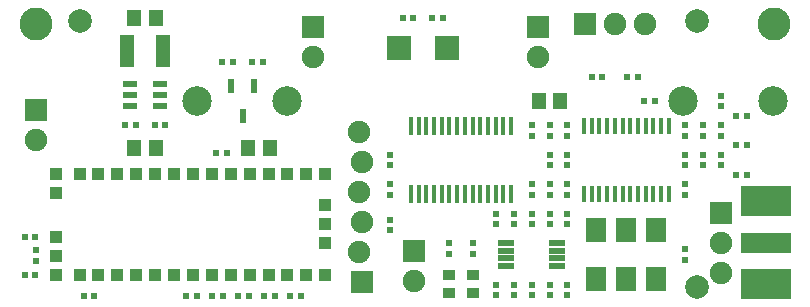
<source format=gts>
G04 (created by PCBNEW (2013-07-07 BZR 4022)-stable) date 3/11/2014 9:35:09 AM*
%MOIN*%
G04 Gerber Fmt 3.4, Leading zero omitted, Abs format*
%FSLAX34Y34*%
G01*
G70*
G90*
G04 APERTURE LIST*
%ADD10C,0.00590551*%
%ADD11R,0.0476378X0.0232283*%
%ADD12R,0.0232283X0.0476378*%
%ADD13R,0.0161417X0.061811*%
%ADD14R,0.0161417X0.057874*%
%ADD15R,0.0559055X0.0185039*%
%ADD16R,0.0244094X0.0244094*%
%ADD17R,0.0708661X0.0787402*%
%ADD18R,0.0393701X0.0374016*%
%ADD19R,0.0452756X0.106299*%
%ADD20R,0.0452756X0.0570866*%
%ADD21R,0.0393701X0.0393701*%
%ADD22R,0.075X0.075*%
%ADD23C,0.075*%
%ADD24R,0.0811024X0.0791339*%
%ADD25C,0.0984252*%
%ADD26R,0.165X0.0701*%
%ADD27R,0.165X0.1049*%
%ADD28C,0.110236*%
%ADD29C,0.0787402*%
G04 APERTURE END LIST*
G54D10*
G54D11*
X3935Y-2775D03*
X4923Y-2775D03*
X3935Y-3523D03*
X3935Y-3149D03*
X4923Y-3523D03*
X4923Y-3149D03*
G54D12*
X8051Y-2852D03*
X7677Y-3840D03*
X7303Y-2852D03*
G54D13*
X13297Y-6444D03*
X16624Y-6444D03*
X16624Y-4185D03*
X13297Y-4185D03*
X13553Y-6444D03*
X16368Y-6444D03*
X16368Y-4185D03*
X13553Y-4185D03*
X13809Y-6444D03*
X16112Y-6444D03*
X16112Y-4185D03*
X13809Y-4185D03*
X14064Y-6444D03*
X15856Y-6444D03*
X15856Y-4185D03*
X14064Y-4185D03*
X14320Y-6444D03*
X15600Y-6444D03*
X15600Y-4185D03*
X14320Y-4185D03*
X14576Y-6444D03*
X15344Y-6444D03*
X15344Y-4185D03*
X14576Y-4185D03*
X14832Y-6444D03*
X15088Y-6444D03*
X15088Y-4185D03*
X14832Y-4185D03*
G54D14*
X19064Y-6444D03*
X19320Y-6444D03*
X19576Y-6444D03*
X19832Y-6444D03*
X20088Y-6444D03*
X20344Y-6444D03*
X20600Y-6444D03*
X20856Y-6444D03*
X21112Y-6444D03*
X21368Y-6444D03*
X21624Y-6444D03*
X21879Y-6444D03*
X21879Y-4185D03*
X21624Y-4185D03*
X21368Y-4185D03*
X21112Y-4185D03*
X20856Y-4185D03*
X20600Y-4185D03*
X20344Y-4185D03*
X20088Y-4185D03*
X19832Y-4185D03*
X19576Y-4185D03*
X19320Y-4185D03*
X19064Y-4185D03*
G54D15*
X16470Y-8080D03*
X16470Y-8336D03*
X16470Y-8592D03*
X16470Y-8848D03*
X18175Y-8848D03*
X18175Y-8592D03*
X18175Y-8336D03*
X18175Y-8080D03*
G54D16*
X17322Y-7460D03*
X17322Y-7106D03*
X18503Y-4507D03*
X18503Y-4153D03*
X23031Y-5137D03*
X23031Y-5492D03*
X4744Y-4133D03*
X5098Y-4133D03*
X22440Y-5492D03*
X22440Y-5137D03*
X12598Y-5137D03*
X12598Y-5492D03*
X16141Y-7106D03*
X16141Y-7460D03*
X16732Y-9468D03*
X16732Y-9822D03*
X17913Y-9822D03*
X17913Y-9468D03*
X7992Y-2066D03*
X8346Y-2066D03*
X7362Y-2066D03*
X7007Y-2066D03*
G54D17*
X19472Y-9291D03*
X20472Y-9291D03*
X21472Y-9291D03*
X21472Y-7637D03*
X20472Y-7637D03*
X19472Y-7637D03*
G54D18*
X14566Y-9133D03*
X14566Y-9763D03*
X15354Y-9133D03*
X15354Y-9763D03*
G54D19*
X5019Y-1673D03*
X3838Y-1673D03*
G54D16*
X20492Y-2559D03*
X20846Y-2559D03*
X19665Y-2559D03*
X19311Y-2559D03*
X767Y-7874D03*
X413Y-7874D03*
X5807Y-9842D03*
X6161Y-9842D03*
X23622Y-4153D03*
X23622Y-4507D03*
X23622Y-5137D03*
X23622Y-5492D03*
X21062Y-3346D03*
X21417Y-3346D03*
X767Y-9133D03*
X413Y-9133D03*
X8759Y-9842D03*
X8405Y-9842D03*
G54D20*
X4783Y-4921D03*
X4074Y-4921D03*
X4783Y-590D03*
X4074Y-590D03*
X7874Y-4921D03*
X8582Y-4921D03*
G54D16*
X12598Y-6122D03*
X12598Y-6476D03*
X13996Y-590D03*
X14350Y-590D03*
X787Y-8326D03*
X787Y-8681D03*
X24133Y-5807D03*
X24488Y-5807D03*
X13366Y-590D03*
X13011Y-590D03*
X4114Y-4133D03*
X3759Y-4133D03*
X16732Y-7106D03*
X16732Y-7460D03*
X17913Y-7460D03*
X17913Y-7106D03*
X16141Y-9468D03*
X16141Y-9822D03*
X17322Y-9822D03*
X17322Y-9468D03*
X18503Y-9468D03*
X18503Y-9822D03*
X17322Y-4153D03*
X17322Y-4507D03*
X6673Y-9842D03*
X7027Y-9842D03*
X7893Y-9842D03*
X7539Y-9842D03*
X6791Y-5078D03*
X7145Y-5078D03*
X17322Y-6122D03*
X17322Y-6476D03*
X18503Y-5137D03*
X18503Y-5492D03*
X17913Y-5137D03*
X17913Y-5492D03*
X17913Y-4153D03*
X17913Y-4507D03*
X18503Y-6122D03*
X18503Y-6476D03*
X2736Y-9842D03*
X2381Y-9842D03*
X17913Y-6122D03*
X17913Y-6476D03*
X22440Y-6122D03*
X22440Y-6476D03*
X23031Y-4507D03*
X23031Y-4153D03*
X22440Y-4507D03*
X22440Y-4153D03*
X23622Y-3169D03*
X23622Y-3523D03*
X24133Y-3838D03*
X24488Y-3838D03*
X24133Y-4822D03*
X24488Y-4822D03*
X9271Y-9842D03*
X9625Y-9842D03*
X22440Y-8287D03*
X22440Y-8641D03*
X18503Y-7460D03*
X18503Y-7106D03*
G54D21*
X1456Y-9133D03*
X1456Y-8503D03*
X1456Y-7874D03*
X2244Y-9133D03*
X2874Y-9133D03*
X3503Y-9133D03*
X4133Y-9133D03*
X4763Y-9133D03*
X5393Y-9133D03*
X6023Y-9133D03*
X6653Y-9133D03*
X7283Y-9133D03*
X7913Y-9133D03*
X8543Y-9133D03*
X9173Y-9133D03*
X9803Y-9133D03*
X10433Y-9133D03*
X10433Y-8090D03*
X10433Y-7460D03*
X10433Y-6830D03*
X10433Y-5787D03*
X9803Y-5787D03*
X9173Y-5787D03*
X8543Y-5787D03*
X7913Y-5787D03*
X7283Y-5787D03*
X6653Y-5787D03*
X6023Y-5787D03*
X5393Y-5787D03*
X4763Y-5787D03*
X4133Y-5787D03*
X3503Y-5787D03*
X2874Y-5787D03*
X2244Y-5787D03*
X1456Y-5787D03*
X1456Y-6417D03*
G54D22*
X11664Y-9389D03*
G54D23*
X11564Y-8389D03*
X11664Y-7389D03*
X11564Y-6389D03*
X11664Y-5389D03*
X11555Y-4397D03*
G54D22*
X17519Y-877D03*
G54D23*
X17519Y-1877D03*
G54D22*
X13385Y-8358D03*
G54D23*
X13385Y-9358D03*
G54D22*
X10039Y-877D03*
G54D23*
X10039Y-1877D03*
G54D22*
X787Y-3633D03*
G54D23*
X787Y-4633D03*
G54D22*
X19078Y-787D03*
G54D23*
X20078Y-787D03*
X21078Y-787D03*
G54D22*
X23622Y-7070D03*
G54D23*
X23622Y-8070D03*
X23622Y-9070D03*
G54D16*
X12598Y-7657D03*
X12598Y-7303D03*
G54D24*
X12883Y-1574D03*
X14478Y-1574D03*
G54D20*
X18267Y-3346D03*
X17559Y-3346D03*
G54D25*
X9147Y-3346D03*
X6147Y-3346D03*
X25348Y-3346D03*
X22348Y-3346D03*
G54D26*
X25118Y-8070D03*
G54D27*
X25118Y-9445D03*
X25118Y-6695D03*
X25118Y-9448D03*
X25118Y-6692D03*
G54D16*
X14566Y-8444D03*
X14566Y-8090D03*
X15354Y-8444D03*
X15354Y-8090D03*
G54D28*
X25393Y-787D03*
X787Y-787D03*
G54D29*
X22834Y-688D03*
X22834Y-9547D03*
X2263Y-688D03*
M02*

</source>
